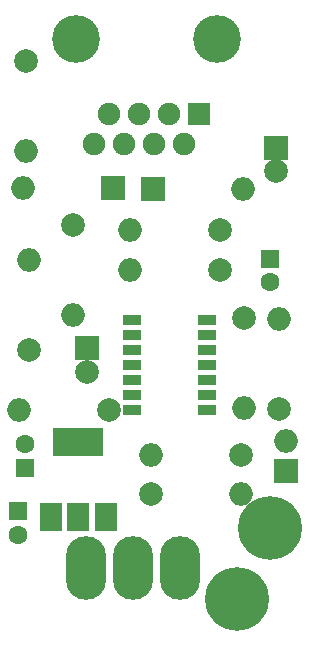
<source format=gts>
G04 #@! TF.FileFunction,Soldermask,Top*
%FSLAX46Y46*%
G04 Gerber Fmt 4.6, Leading zero omitted, Abs format (unit mm)*
G04 Created by KiCad (PCBNEW 4.0.6) date 12/15/18 02:38:58*
%MOMM*%
%LPD*%
G01*
G04 APERTURE LIST*
%ADD10C,0.100000*%
%ADD11C,5.401260*%
%ADD12C,4.050000*%
%ADD13R,1.900000X1.900000*%
%ADD14C,1.900000*%
%ADD15O,3.399740X5.401260*%
%ADD16R,1.543000X0.908000*%
%ADD17R,2.000000X2.000000*%
%ADD18C,2.000000*%
%ADD19R,1.600000X1.600000*%
%ADD20C,1.600000*%
%ADD21O,2.000000X2.000000*%
%ADD22R,4.200000X2.400000*%
%ADD23R,1.900000X2.400000*%
G04 APERTURE END LIST*
D10*
D11*
X160800000Y-118800000D03*
X163600000Y-112800000D03*
D12*
X147220000Y-71450000D03*
X159090000Y-71450000D03*
D13*
X157600000Y-77800000D03*
D14*
X156330000Y-80340000D03*
X155060000Y-77800000D03*
X153790000Y-80340000D03*
X152520000Y-77800000D03*
X151250000Y-80340000D03*
X149980000Y-77800000D03*
X148710000Y-80340000D03*
D15*
X155959860Y-116200000D03*
X152000000Y-116200000D03*
X148040140Y-116200000D03*
D16*
X151898000Y-95190000D03*
X151898000Y-96460000D03*
X151898000Y-97730000D03*
X151898000Y-99000000D03*
X151898000Y-100270000D03*
X151898000Y-101540000D03*
X151898000Y-102810000D03*
X158248000Y-102810000D03*
X158248000Y-101540000D03*
X158248000Y-99000000D03*
X158248000Y-97730000D03*
X158248000Y-96460000D03*
X158248000Y-95190000D03*
X158248000Y-100270000D03*
D17*
X164100000Y-80600000D03*
D18*
X164100000Y-82600000D03*
D19*
X163600000Y-90000000D03*
D20*
X163600000Y-92000000D03*
D17*
X165000000Y-108000000D03*
D21*
X165000000Y-105460000D03*
D18*
X153500000Y-109900000D03*
D21*
X161120000Y-109900000D03*
D18*
X159400000Y-91000000D03*
D21*
X151780000Y-91000000D03*
D18*
X150000000Y-102800000D03*
D21*
X142380000Y-102800000D03*
D18*
X146900000Y-87200000D03*
D21*
X146900000Y-94820000D03*
D18*
X161400000Y-95000000D03*
D21*
X161400000Y-102620000D03*
D18*
X161200000Y-106600000D03*
D21*
X153580000Y-106600000D03*
D18*
X164400000Y-102700000D03*
D21*
X164400000Y-95080000D03*
D18*
X143200000Y-97700000D03*
D21*
X143200000Y-90080000D03*
D18*
X143000000Y-73300000D03*
D21*
X143000000Y-80920000D03*
D18*
X159400000Y-87600000D03*
D21*
X151780000Y-87600000D03*
D17*
X148100000Y-97600000D03*
D18*
X148100000Y-99600000D03*
D17*
X153700000Y-84100000D03*
D21*
X161320000Y-84100000D03*
D17*
X150300000Y-84000000D03*
D21*
X142680000Y-84000000D03*
D19*
X142900000Y-107700000D03*
D20*
X142900000Y-105700000D03*
D19*
X142300000Y-111400000D03*
D20*
X142300000Y-113400000D03*
D22*
X147400000Y-105550000D03*
D23*
X147400000Y-111850000D03*
X149700000Y-111850000D03*
X145100000Y-111850000D03*
M02*

</source>
